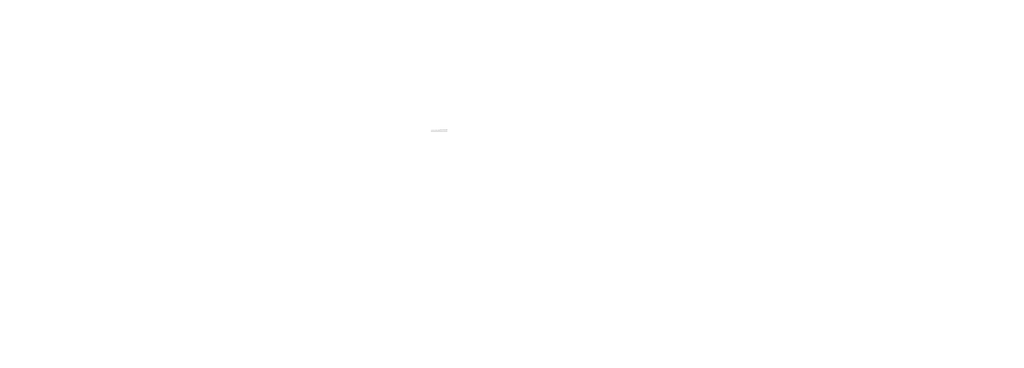
<source format=kicad_sch>
(kicad_sch (version 20230121) (generator eeschema)
  (paper "User" 2499.99 899.998)
  (lib_symbols)
  (label "S7-14" (at 1087.12 322.58 90))
  (label "S7-15" (at 1089.66 322.58 90))
  (label "S7-8" (at 1071.88 322.58 90))
  (label "S7-12" (at 1082.04 322.58 90))
  (label "S7-6" (at 1066.8 322.58 90))
  (label "S7-11" (at 1079.5 322.58 90))
  (label "S7-1" (at 1054.1 322.58 90))
  (label "S7-9" (at 1074.42 322.58 90))
  (label "S7-2" (at 1056.64 322.58 90))
  (label "S7-13" (at 1084.58 322.58 90))
  (label "S7-3" (at 1059.18 322.58 90))
  (label "S7-7" (at 1069.34 322.58 90))
  (label "S7-5" (at 1064.26 322.58 90))
  (label "S7-4" (at 1061.72 322.58 90))
  (label "S7-10" (at 1076.96 322.58 90))
  (label "S7-16" (at 1092.2 322.58 90))
)
</source>
